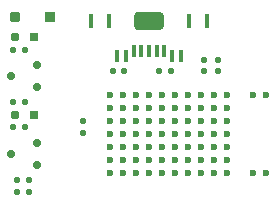
<source format=gbr>
%TF.GenerationSoftware,Altium Limited,Altium Designer,23.4.1 (23)*%
G04 Layer_Color=8421504*
%FSLAX45Y45*%
%MOMM*%
%TF.SameCoordinates,BE90727D-E02D-4F4F-8BF8-4A0540FFC0C0*%
%TF.FilePolarity,Positive*%
%TF.FileFunction,Paste,Top*%
%TF.Part,Single*%
G01*
G75*
%TA.AperFunction,SMDPad,CuDef*%
G04:AMPARAMS|DCode=13|XSize=0.5mm|YSize=0.5mm|CornerRadius=0.125mm|HoleSize=0mm|Usage=FLASHONLY|Rotation=180.000|XOffset=0mm|YOffset=0mm|HoleType=Round|Shape=RoundedRectangle|*
%AMROUNDEDRECTD13*
21,1,0.50000,0.25000,0,0,180.0*
21,1,0.25000,0.50000,0,0,180.0*
1,1,0.25000,-0.12500,0.12500*
1,1,0.25000,0.12500,0.12500*
1,1,0.25000,0.12500,-0.12500*
1,1,0.25000,-0.12500,-0.12500*
%
%ADD13ROUNDEDRECTD13*%
%TA.AperFunction,BGAPad,CuDef*%
%ADD19C,0.60000*%
%TA.AperFunction,SMDPad,CuDef*%
G04:AMPARAMS|DCode=20|XSize=0.6mm|YSize=0.7mm|CornerRadius=0.15mm|HoleSize=0mm|Usage=FLASHONLY|Rotation=270.000|XOffset=0mm|YOffset=0mm|HoleType=Round|Shape=RoundedRectangle|*
%AMROUNDEDRECTD20*
21,1,0.60000,0.40000,0,0,270.0*
21,1,0.30000,0.70000,0,0,270.0*
1,1,0.30000,-0.20000,-0.15000*
1,1,0.30000,-0.20000,0.15000*
1,1,0.30000,0.20000,0.15000*
1,1,0.30000,0.20000,-0.15000*
%
%ADD20ROUNDEDRECTD20*%
G04:AMPARAMS|DCode=21|XSize=0.5mm|YSize=0.5mm|CornerRadius=0.125mm|HoleSize=0mm|Usage=FLASHONLY|Rotation=270.000|XOffset=0mm|YOffset=0mm|HoleType=Round|Shape=RoundedRectangle|*
%AMROUNDEDRECTD21*
21,1,0.50000,0.25000,0,0,270.0*
21,1,0.25000,0.50000,0,0,270.0*
1,1,0.25000,-0.12500,-0.12500*
1,1,0.25000,-0.12500,0.12500*
1,1,0.25000,0.12500,0.12500*
1,1,0.25000,0.12500,-0.12500*
%
%ADD21ROUNDEDRECTD21*%
%TA.AperFunction,NonConductor*%
%ADD57R,0.30000X1.10000*%
%ADD58R,0.40000X1.00000*%
%ADD59R,0.40000X1.30000*%
%TA.AperFunction,SMDPad,CuDef*%
G04:AMPARAMS|DCode=60|XSize=2.5mm|YSize=1.5mm|CornerRadius=0.275mm|HoleSize=0mm|Usage=FLASHONLY|Rotation=180.000|XOffset=0mm|YOffset=0mm|HoleType=Round|Shape=RoundedRectangle|*
%AMROUNDEDRECTD60*
21,1,2.50000,0.95000,0,0,180.0*
21,1,1.95000,1.50000,0,0,180.0*
1,1,0.55000,-0.97500,0.47500*
1,1,0.55000,0.97500,0.47500*
1,1,0.55000,0.97500,-0.47500*
1,1,0.55000,-0.97500,-0.47500*
%
%ADD60ROUNDEDRECTD60*%
%ADD61R,0.90000X0.90000*%
G04:AMPARAMS|DCode=62|XSize=0.9mm|YSize=0.9mm|CornerRadius=0.175mm|HoleSize=0mm|Usage=FLASHONLY|Rotation=270.000|XOffset=0mm|YOffset=0mm|HoleType=Round|Shape=RoundedRectangle|*
%AMROUNDEDRECTD62*
21,1,0.90000,0.55000,0,0,270.0*
21,1,0.55000,0.90000,0,0,270.0*
1,1,0.35000,-0.27500,-0.27500*
1,1,0.35000,-0.27500,0.27500*
1,1,0.35000,0.27500,0.27500*
1,1,0.35000,0.27500,-0.27500*
%
%ADD62ROUNDEDRECTD62*%
G04:AMPARAMS|DCode=63|XSize=0.7mm|YSize=0.7mm|CornerRadius=0.15mm|HoleSize=0mm|Usage=FLASHONLY|Rotation=270.000|XOffset=0mm|YOffset=0mm|HoleType=Round|Shape=RoundedRectangle|*
%AMROUNDEDRECTD63*
21,1,0.70000,0.40000,0,0,270.0*
21,1,0.40000,0.70000,0,0,270.0*
1,1,0.30000,-0.20000,-0.20000*
1,1,0.30000,-0.20000,0.20000*
1,1,0.30000,0.20000,0.20000*
1,1,0.30000,0.20000,-0.20000*
%
%ADD63ROUNDEDRECTD63*%
%ADD64R,0.70000X0.70000*%
D13*
X2450000Y1430000D02*
D03*
Y1530000D02*
D03*
X2330000D02*
D03*
Y1430000D02*
D03*
X1310000Y1010000D02*
D03*
Y910000D02*
D03*
D19*
X1540000Y570000D02*
D03*
X1650000D02*
D03*
X1760000D02*
D03*
X1870000D02*
D03*
X1980000D02*
D03*
X2090000D02*
D03*
X2200000D02*
D03*
X2310000D02*
D03*
X2420000D02*
D03*
X2530000D02*
D03*
X2750000D02*
D03*
X2860000D02*
D03*
X1540000Y680000D02*
D03*
X1650000D02*
D03*
X1760000D02*
D03*
X1870000D02*
D03*
X1980000D02*
D03*
X2090000D02*
D03*
X2200000D02*
D03*
X2310000D02*
D03*
X2420000D02*
D03*
X2530000D02*
D03*
X1540000Y790000D02*
D03*
X1650000D02*
D03*
X1760000D02*
D03*
X1870000D02*
D03*
X1980000D02*
D03*
X2090000D02*
D03*
X2200000D02*
D03*
X2310000D02*
D03*
X2420000D02*
D03*
X2530000D02*
D03*
X1540000Y900000D02*
D03*
X1650000D02*
D03*
X1760000D02*
D03*
X1870000D02*
D03*
X1980000D02*
D03*
X2090000D02*
D03*
X2200000D02*
D03*
X2310000D02*
D03*
X2420000D02*
D03*
X2530000D02*
D03*
X1540000Y1010000D02*
D03*
X1650000D02*
D03*
X1760000D02*
D03*
X1870000D02*
D03*
X1980000D02*
D03*
X2090000D02*
D03*
X2200000D02*
D03*
X2310000D02*
D03*
X2420000D02*
D03*
X2530000D02*
D03*
X1540000Y1120000D02*
D03*
X1650000D02*
D03*
X1760000D02*
D03*
X1870000D02*
D03*
X1980000D02*
D03*
X2090000D02*
D03*
X2200000D02*
D03*
X2310000D02*
D03*
X2420000D02*
D03*
X2530000D02*
D03*
X1540000Y1230000D02*
D03*
X1650000D02*
D03*
X1760000D02*
D03*
X1870000D02*
D03*
X1980000D02*
D03*
X2090000D02*
D03*
X2200000D02*
D03*
X2310000D02*
D03*
X2420000D02*
D03*
X2530000D02*
D03*
X2750000D02*
D03*
X2860000D02*
D03*
D20*
X700000Y1390000D02*
D03*
X920000Y1485000D02*
D03*
Y1295000D02*
D03*
X700000Y730000D02*
D03*
X920000Y825000D02*
D03*
Y635000D02*
D03*
D21*
X720000Y1170000D02*
D03*
X820000D02*
D03*
X820000Y1610000D02*
D03*
X720000D02*
D03*
X1950000Y1430000D02*
D03*
X2050000D02*
D03*
X850000Y510000D02*
D03*
X750000D02*
D03*
X820000Y960000D02*
D03*
X720000D02*
D03*
X1660000Y1430000D02*
D03*
X1560000D02*
D03*
X850000Y410000D02*
D03*
X750000D02*
D03*
D57*
X2062497Y1560000D02*
D03*
X1672503D02*
D03*
X2137500D02*
D03*
X1597500D02*
D03*
D58*
X1737500Y1600000D02*
D03*
X1802500D02*
D03*
X1867496D02*
D03*
X1932497D02*
D03*
X1997500D02*
D03*
D59*
X1372500Y1859997D02*
D03*
X2207500D02*
D03*
X1527504D02*
D03*
X2362500D02*
D03*
D60*
X1867500Y1860000D02*
D03*
D61*
X1030000Y1890000D02*
D03*
D62*
X730000D02*
D03*
D63*
X730000Y1720000D02*
D03*
Y1060000D02*
D03*
D64*
X890000Y1720000D02*
D03*
Y1060000D02*
D03*
%TF.MD5,3785a4b27c7da9a34e5bef81cc6e8523*%
M02*

</source>
